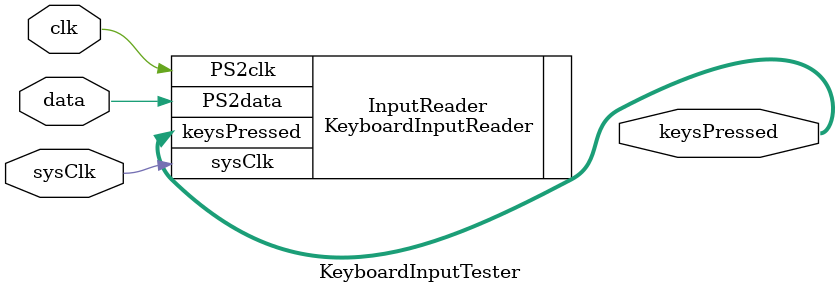
<source format=v>
`timescale 1ns / 1ps

module KeyboardInputTester(sysClk, clk, data, keysPressed);

input clk, data, sysClk;
output wire [8:0] keysPressed;
wire [7:0] prevKeycode;

KeyboardInputReader InputReader (.sysClk(sysClk), .PS2clk(clk), .PS2data(data), .keysPressed(keysPressed));

endmodule
</source>
